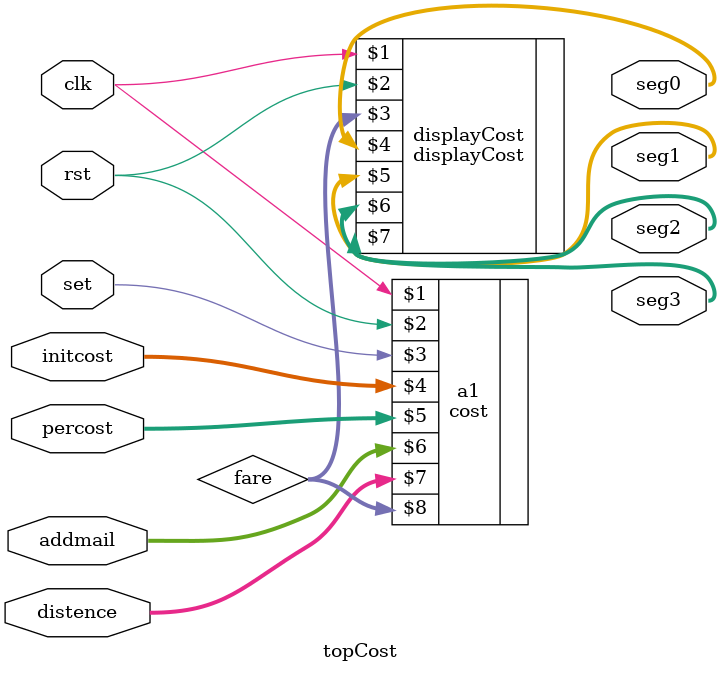
<source format=v>
module topCost(
input clk,
input rst,
input set,//预置信号
input [2:0]initcost,//起步价
input [2:0]percost,//单价
input [2:0]addmail,//加费里程
input [15:0]distence,
output [6:0]seg0,
output [6:0]seg1,
output [6:0]seg2,
output [6:0]seg3
);
wire [15:0]fare;

//计费模块
cost a1(
clk,//时钟信号
rst,//车停止信号
set,//预置信号
initcost,//起步价
percost,//单价
addmail,//加费里程
distence,//行程
fare//车费
);
//费用显示模块
displayCost displayCost(
clk,//时钟信号
rst,//停止信号
fare,//车费
seg0,//HEX0
seg1,//HEX1
seg2,//HEX2
seg3
);
endmodule

</source>
